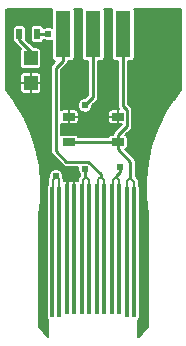
<source format=gtl>
G04 #@! TF.GenerationSoftware,KiCad,Pcbnew,(5.1.4-0)*
G04 #@! TF.CreationDate,2019-08-21T14:14:19+03:00*
G04 #@! TF.ProjectId,AVR_ISP_With_POGO_Pin,4156525f-4953-4505-9f57-6974685f504f,rev?*
G04 #@! TF.SameCoordinates,PX80efd00PY76109c0*
G04 #@! TF.FileFunction,Copper,L1,Top*
G04 #@! TF.FilePolarity,Positive*
%FSLAX46Y46*%
G04 Gerber Fmt 4.6, Leading zero omitted, Abs format (unit mm)*
G04 Created by KiCad (PCBNEW (5.1.4-0)) date 2019-08-21 14:14:19*
%MOMM*%
%LPD*%
G04 APERTURE LIST*
%ADD10R,1.198880X1.198880*%
%ADD11R,0.500000X0.900000*%
%ADD12R,1.050000X0.650000*%
%ADD13R,1.300000X4.000000*%
%ADD14R,0.304800X11.000000*%
%ADD15C,0.609600*%
%ADD16C,0.254000*%
%ADD17C,0.203200*%
%ADD18C,0.457200*%
G04 APERTURE END LIST*
D10*
X2500000Y23949020D03*
X2500000Y21850980D03*
D11*
X3050000Y26000000D03*
X1550000Y26000000D03*
D12*
X5725000Y18975000D03*
X9875000Y18975000D03*
X5725000Y16825000D03*
X9875000Y16825000D03*
D13*
X5260000Y26000000D03*
X7800000Y26000000D03*
X10340000Y26000000D03*
D14*
X11267100Y7520600D03*
X10682900Y7520600D03*
X9997100Y7774600D03*
X8727100Y7774600D03*
X7457100Y7774600D03*
X6187100Y7774600D03*
X4917100Y7520600D03*
X9412900Y7774600D03*
X8142900Y7774600D03*
X6872900Y7774600D03*
X5602900Y7774600D03*
X4332900Y7520600D03*
D15*
X14500000Y27400000D03*
X1100000Y27400000D03*
X12500000Y17700000D03*
X3400000Y17700000D03*
X3600000Y1700000D03*
X12000000Y1700000D03*
X9300000Y17900000D03*
X6600000Y23000000D03*
X4000000Y26000000D03*
X4650000Y13950000D03*
X7100000Y14600018D03*
X7100000Y19950000D03*
X10050000Y14750000D03*
D16*
X2500000Y23949020D02*
X2500000Y24500000D01*
X2500000Y24500000D02*
X1550000Y25450000D01*
X1550000Y25450000D02*
X1550000Y26000000D01*
D17*
X5641000Y7774600D02*
X5641000Y13691000D01*
X5641000Y13691000D02*
X5900000Y13950000D01*
X5900000Y13950000D02*
X6149000Y13701000D01*
X6149000Y13701000D02*
X6149000Y7774600D01*
D16*
X3050000Y26000000D02*
X4000000Y26000000D01*
D17*
X4650000Y13950000D02*
X4879000Y13721000D01*
X4879000Y13721000D02*
X4879000Y7774600D01*
X4650000Y13950000D02*
X4371000Y13671000D01*
X4371000Y13671000D02*
X4371000Y7774600D01*
D16*
X4650000Y16050000D02*
X4650000Y23136000D01*
X7380417Y15184219D02*
X5515781Y15184219D01*
X8425000Y14139632D02*
X7380417Y15184219D01*
X5515781Y15184219D02*
X4650000Y16050000D01*
X5260000Y23746000D02*
X5260000Y26000000D01*
X4650000Y23136000D02*
X5260000Y23746000D01*
X8425000Y13925000D02*
X8425000Y14139632D01*
D17*
X8181000Y7774600D02*
X8181000Y13681000D01*
X8689000Y13661000D02*
X8689000Y7774600D01*
X8181000Y13681000D02*
X8425000Y13925000D01*
X8425000Y13925000D02*
X8689000Y13661000D01*
D16*
X7100000Y14168966D02*
X7100000Y14600018D01*
X7100000Y13950000D02*
X7100000Y14168966D01*
X7150000Y13900000D02*
X7100000Y13950000D01*
X7800000Y26000000D02*
X7800000Y20650000D01*
X7800000Y20650000D02*
X7100000Y19950000D01*
X7800000Y26000000D02*
X7800000Y24650000D01*
D17*
X6911000Y7774600D02*
X6911000Y13661000D01*
X6911000Y13661000D02*
X7150000Y13900000D01*
X7150000Y13900000D02*
X7419000Y13631000D01*
X7419000Y13631000D02*
X7419000Y7774600D01*
X10950000Y13800000D02*
X11267100Y13482900D01*
X11267100Y13482900D02*
X11267100Y7520600D01*
X10950000Y13800000D02*
X10682900Y13532900D01*
X10682900Y13532900D02*
X10682900Y7520600D01*
D16*
X9875000Y16825000D02*
X9875000Y16246000D01*
X9875000Y16246000D02*
X10950000Y15171000D01*
X10950000Y15171000D02*
X10950000Y13800000D01*
X5725000Y16825000D02*
X9875000Y16825000D01*
X10340000Y26000000D02*
X10340000Y19862922D01*
X10340000Y19862922D02*
X10679401Y19523521D01*
X10679401Y19523521D02*
X10679401Y18208401D01*
X10679401Y18208401D02*
X9875000Y17404000D01*
X9875000Y17404000D02*
X9875000Y16825000D01*
D18*
X9875000Y16825000D02*
X10075000Y16825000D01*
D16*
X10050000Y14750000D02*
X10050000Y14318948D01*
X9700000Y13968948D02*
X9700000Y13900000D01*
X10050000Y14318948D02*
X9700000Y13968948D01*
D17*
X9700000Y13900000D02*
X9959000Y13641000D01*
X9959000Y13641000D02*
X9959000Y7774600D01*
X9451000Y13651000D02*
X9700000Y13900000D01*
X9451000Y7774600D02*
X9451000Y13651000D01*
G36*
X4327040Y28117206D02*
G01*
X4309611Y28059751D01*
X4303726Y28000000D01*
X4303726Y26530217D01*
X4288754Y26540221D01*
X4177814Y26586174D01*
X4060040Y26609600D01*
X3939960Y26609600D01*
X3822186Y26586174D01*
X3711246Y26540221D01*
X3611402Y26473508D01*
X3604626Y26466732D01*
X3600389Y26509751D01*
X3582960Y26567206D01*
X3554658Y26620157D01*
X3516568Y26666568D01*
X3470157Y26704658D01*
X3417206Y26732960D01*
X3359751Y26750389D01*
X3300000Y26756274D01*
X2800000Y26756274D01*
X2740249Y26750389D01*
X2682794Y26732960D01*
X2629843Y26704658D01*
X2583432Y26666568D01*
X2545342Y26620157D01*
X2517040Y26567206D01*
X2499611Y26509751D01*
X2493726Y26450000D01*
X2493726Y25550000D01*
X2499611Y25490249D01*
X2517040Y25432794D01*
X2545342Y25379843D01*
X2583432Y25333432D01*
X2629843Y25295342D01*
X2682794Y25267040D01*
X2740249Y25249611D01*
X2800000Y25243726D01*
X3300000Y25243726D01*
X3359751Y25249611D01*
X3417206Y25267040D01*
X3470157Y25295342D01*
X3516568Y25333432D01*
X3554658Y25379843D01*
X3582960Y25432794D01*
X3600389Y25490249D01*
X3604626Y25533268D01*
X3611402Y25526492D01*
X3711246Y25459779D01*
X3822186Y25413826D01*
X3939960Y25390400D01*
X4060040Y25390400D01*
X4177814Y25413826D01*
X4288754Y25459779D01*
X4303726Y25469783D01*
X4303726Y24000000D01*
X4309611Y23940249D01*
X4327040Y23882794D01*
X4355342Y23829843D01*
X4393432Y23783432D01*
X4439843Y23745342D01*
X4492794Y23717040D01*
X4550249Y23699611D01*
X4598229Y23694885D01*
X4359674Y23456330D01*
X4343195Y23442806D01*
X4289235Y23377056D01*
X4258978Y23320448D01*
X4249140Y23302042D01*
X4224448Y23220647D01*
X4216111Y23136000D01*
X4218201Y23114780D01*
X4218200Y16071210D01*
X4216111Y16050000D01*
X4218200Y16028791D01*
X4224448Y15965353D01*
X4249139Y15883959D01*
X4289234Y15808945D01*
X4343194Y15743194D01*
X4359679Y15729665D01*
X5195453Y14893889D01*
X5208975Y14877413D01*
X5274725Y14823453D01*
X5349739Y14783358D01*
X5431133Y14758667D01*
X5515780Y14750330D01*
X5536990Y14752419D01*
X6508771Y14752419D01*
X6490400Y14660058D01*
X6490400Y14539978D01*
X6513826Y14422204D01*
X6559779Y14311264D01*
X6626492Y14211420D01*
X6668200Y14169712D01*
X6668200Y13992936D01*
X6637741Y13962477D01*
X6622243Y13949758D01*
X6609524Y13934260D01*
X6609518Y13934254D01*
X6588549Y13908702D01*
X6571457Y13887876D01*
X6560767Y13867876D01*
X6533719Y13817274D01*
X6510481Y13740668D01*
X6502635Y13661000D01*
X6504601Y13641037D01*
X6504601Y13531961D01*
X6456706Y13557561D01*
X6399251Y13574990D01*
X6339500Y13580875D01*
X6263350Y13579400D01*
X6187150Y13503200D01*
X6187150Y7774650D01*
X6207150Y7774650D01*
X6207150Y7774550D01*
X6187150Y7774550D01*
X6187150Y7754550D01*
X6187050Y7754550D01*
X6187050Y7774550D01*
X6167050Y7774550D01*
X6167050Y7774650D01*
X6187050Y7774650D01*
X6187050Y13503200D01*
X6110850Y13579400D01*
X6034700Y13580875D01*
X5974949Y13574990D01*
X5917494Y13557561D01*
X5895000Y13545538D01*
X5872506Y13557561D01*
X5815051Y13574990D01*
X5755300Y13580875D01*
X5679150Y13579400D01*
X5602950Y13503200D01*
X5602950Y7774650D01*
X5622950Y7774650D01*
X5622950Y7774550D01*
X5602950Y7774550D01*
X5602950Y7754550D01*
X5602850Y7754550D01*
X5602850Y7774550D01*
X5582850Y7774550D01*
X5582850Y7774650D01*
X5602850Y7774650D01*
X5602850Y13503200D01*
X5526650Y13579400D01*
X5450500Y13580875D01*
X5390749Y13574990D01*
X5333294Y13557561D01*
X5285400Y13531961D01*
X5285400Y13701047D01*
X5287365Y13721000D01*
X5285400Y13740953D01*
X5285400Y13740960D01*
X5279519Y13800668D01*
X5277235Y13808200D01*
X5256762Y13875690D01*
X5259600Y13889960D01*
X5259600Y14010040D01*
X5236174Y14127814D01*
X5190221Y14238754D01*
X5123508Y14338598D01*
X5038598Y14423508D01*
X4938754Y14490221D01*
X4827814Y14536174D01*
X4710040Y14559600D01*
X4589960Y14559600D01*
X4472186Y14536174D01*
X4361246Y14490221D01*
X4261402Y14423508D01*
X4176492Y14338598D01*
X4109779Y14238754D01*
X4063826Y14127814D01*
X4040400Y14010040D01*
X4040400Y13908773D01*
X4031456Y13897875D01*
X3999621Y13838315D01*
X3993719Y13827274D01*
X3972146Y13756155D01*
X3970481Y13750667D01*
X3964600Y13690959D01*
X3964600Y13690953D01*
X3962635Y13671000D01*
X3964600Y13651047D01*
X3964600Y13237716D01*
X3963932Y13237168D01*
X3925842Y13190757D01*
X3897540Y13137806D01*
X3880111Y13080351D01*
X3874226Y13020600D01*
X3874226Y2020600D01*
X3880111Y1960849D01*
X3897540Y1903394D01*
X3925842Y1850443D01*
X3963932Y1804032D01*
X3998400Y1775744D01*
X3998400Y379800D01*
X3957318Y379800D01*
X3179800Y1157318D01*
X3179800Y10704230D01*
X3342341Y11922587D01*
X3342744Y11927892D01*
X3343596Y11933121D01*
X3345546Y11962879D01*
X3382337Y13369339D01*
X3382134Y13375975D01*
X3382452Y13382596D01*
X3381021Y13412383D01*
X3258360Y14813966D01*
X3257408Y14820533D01*
X3256974Y14827150D01*
X3252189Y14856520D01*
X3252180Y14856585D01*
X3252175Y14856605D01*
X2971643Y16235273D01*
X2969956Y16241682D01*
X2968774Y16248215D01*
X2960678Y16276917D01*
X2525874Y17614986D01*
X2523471Y17621165D01*
X2521558Y17627521D01*
X2510265Y17655122D01*
X1926781Y18935368D01*
X1923689Y18941244D01*
X1921073Y18947333D01*
X1906742Y18973455D01*
X1906729Y18973479D01*
X1906724Y18973487D01*
X1182068Y20179442D01*
X1178333Y20184927D01*
X1175042Y20190685D01*
X1157830Y20215038D01*
X379800Y21228930D01*
X379800Y21251540D01*
X1594285Y21251540D01*
X1600170Y21191789D01*
X1617599Y21134334D01*
X1645902Y21081383D01*
X1683991Y21034971D01*
X1730403Y20996882D01*
X1783354Y20968579D01*
X1840809Y20951150D01*
X1900560Y20945265D01*
X2423750Y20946740D01*
X2499950Y21022940D01*
X2499950Y21850930D01*
X2500050Y21850930D01*
X2500050Y21022940D01*
X2576250Y20946740D01*
X3099440Y20945265D01*
X3159191Y20951150D01*
X3216646Y20968579D01*
X3269597Y20996882D01*
X3316009Y21034971D01*
X3354098Y21081383D01*
X3382401Y21134334D01*
X3399830Y21191789D01*
X3405715Y21251540D01*
X3404240Y21774730D01*
X3328040Y21850930D01*
X2500050Y21850930D01*
X2499950Y21850930D01*
X1671960Y21850930D01*
X1595760Y21774730D01*
X1594285Y21251540D01*
X379800Y21251540D01*
X379800Y22450420D01*
X1594285Y22450420D01*
X1595760Y21927230D01*
X1671960Y21851030D01*
X2499950Y21851030D01*
X2499950Y22679020D01*
X2500050Y22679020D01*
X2500050Y21851030D01*
X3328040Y21851030D01*
X3404240Y21927230D01*
X3405715Y22450420D01*
X3399830Y22510171D01*
X3382401Y22567626D01*
X3354098Y22620577D01*
X3316009Y22666989D01*
X3269597Y22705078D01*
X3216646Y22733381D01*
X3159191Y22750810D01*
X3099440Y22756695D01*
X2576250Y22755220D01*
X2500050Y22679020D01*
X2499950Y22679020D01*
X2423750Y22755220D01*
X1900560Y22756695D01*
X1840809Y22750810D01*
X1783354Y22733381D01*
X1730403Y22705078D01*
X1683991Y22666989D01*
X1645902Y22620577D01*
X1617599Y22567626D01*
X1600170Y22510171D01*
X1594285Y22450420D01*
X379800Y22450420D01*
X379800Y26450000D01*
X993726Y26450000D01*
X993726Y25550000D01*
X999611Y25490249D01*
X1017040Y25432794D01*
X1045342Y25379843D01*
X1083432Y25333432D01*
X1129843Y25295342D01*
X1148752Y25285235D01*
X1149139Y25283959D01*
X1189234Y25208945D01*
X1243194Y25143194D01*
X1259679Y25129665D01*
X1657092Y24732252D01*
X1645902Y24718617D01*
X1617600Y24665666D01*
X1600171Y24608211D01*
X1594286Y24548460D01*
X1594286Y23349580D01*
X1600171Y23289829D01*
X1617600Y23232374D01*
X1645902Y23179423D01*
X1683992Y23133012D01*
X1730403Y23094922D01*
X1783354Y23066620D01*
X1840809Y23049191D01*
X1900560Y23043306D01*
X3099440Y23043306D01*
X3159191Y23049191D01*
X3216646Y23066620D01*
X3269597Y23094922D01*
X3316008Y23133012D01*
X3354098Y23179423D01*
X3382400Y23232374D01*
X3399829Y23289829D01*
X3405714Y23349580D01*
X3405714Y24548460D01*
X3399829Y24608211D01*
X3382400Y24665666D01*
X3354098Y24718617D01*
X3316008Y24765028D01*
X3269597Y24803118D01*
X3216646Y24831420D01*
X3159191Y24848849D01*
X3099440Y24854734D01*
X2755923Y24854734D01*
X2102184Y25508472D01*
X2106274Y25550000D01*
X2106274Y26450000D01*
X2100389Y26509751D01*
X2082960Y26567206D01*
X2054658Y26620157D01*
X2016568Y26666568D01*
X1970157Y26704658D01*
X1917206Y26732960D01*
X1859751Y26750389D01*
X1800000Y26756274D01*
X1300000Y26756274D01*
X1240249Y26750389D01*
X1182794Y26732960D01*
X1129843Y26704658D01*
X1083432Y26666568D01*
X1045342Y26620157D01*
X1017040Y26567206D01*
X999611Y26509751D01*
X993726Y26450000D01*
X379800Y26450000D01*
X379800Y28042682D01*
X457319Y28120200D01*
X4328640Y28120200D01*
X4327040Y28117206D01*
X4327040Y28117206D01*
G37*
X4327040Y28117206D02*
X4309611Y28059751D01*
X4303726Y28000000D01*
X4303726Y26530217D01*
X4288754Y26540221D01*
X4177814Y26586174D01*
X4060040Y26609600D01*
X3939960Y26609600D01*
X3822186Y26586174D01*
X3711246Y26540221D01*
X3611402Y26473508D01*
X3604626Y26466732D01*
X3600389Y26509751D01*
X3582960Y26567206D01*
X3554658Y26620157D01*
X3516568Y26666568D01*
X3470157Y26704658D01*
X3417206Y26732960D01*
X3359751Y26750389D01*
X3300000Y26756274D01*
X2800000Y26756274D01*
X2740249Y26750389D01*
X2682794Y26732960D01*
X2629843Y26704658D01*
X2583432Y26666568D01*
X2545342Y26620157D01*
X2517040Y26567206D01*
X2499611Y26509751D01*
X2493726Y26450000D01*
X2493726Y25550000D01*
X2499611Y25490249D01*
X2517040Y25432794D01*
X2545342Y25379843D01*
X2583432Y25333432D01*
X2629843Y25295342D01*
X2682794Y25267040D01*
X2740249Y25249611D01*
X2800000Y25243726D01*
X3300000Y25243726D01*
X3359751Y25249611D01*
X3417206Y25267040D01*
X3470157Y25295342D01*
X3516568Y25333432D01*
X3554658Y25379843D01*
X3582960Y25432794D01*
X3600389Y25490249D01*
X3604626Y25533268D01*
X3611402Y25526492D01*
X3711246Y25459779D01*
X3822186Y25413826D01*
X3939960Y25390400D01*
X4060040Y25390400D01*
X4177814Y25413826D01*
X4288754Y25459779D01*
X4303726Y25469783D01*
X4303726Y24000000D01*
X4309611Y23940249D01*
X4327040Y23882794D01*
X4355342Y23829843D01*
X4393432Y23783432D01*
X4439843Y23745342D01*
X4492794Y23717040D01*
X4550249Y23699611D01*
X4598229Y23694885D01*
X4359674Y23456330D01*
X4343195Y23442806D01*
X4289235Y23377056D01*
X4258978Y23320448D01*
X4249140Y23302042D01*
X4224448Y23220647D01*
X4216111Y23136000D01*
X4218201Y23114780D01*
X4218200Y16071210D01*
X4216111Y16050000D01*
X4218200Y16028791D01*
X4224448Y15965353D01*
X4249139Y15883959D01*
X4289234Y15808945D01*
X4343194Y15743194D01*
X4359679Y15729665D01*
X5195453Y14893889D01*
X5208975Y14877413D01*
X5274725Y14823453D01*
X5349739Y14783358D01*
X5431133Y14758667D01*
X5515780Y14750330D01*
X5536990Y14752419D01*
X6508771Y14752419D01*
X6490400Y14660058D01*
X6490400Y14539978D01*
X6513826Y14422204D01*
X6559779Y14311264D01*
X6626492Y14211420D01*
X6668200Y14169712D01*
X6668200Y13992936D01*
X6637741Y13962477D01*
X6622243Y13949758D01*
X6609524Y13934260D01*
X6609518Y13934254D01*
X6588549Y13908702D01*
X6571457Y13887876D01*
X6560767Y13867876D01*
X6533719Y13817274D01*
X6510481Y13740668D01*
X6502635Y13661000D01*
X6504601Y13641037D01*
X6504601Y13531961D01*
X6456706Y13557561D01*
X6399251Y13574990D01*
X6339500Y13580875D01*
X6263350Y13579400D01*
X6187150Y13503200D01*
X6187150Y7774650D01*
X6207150Y7774650D01*
X6207150Y7774550D01*
X6187150Y7774550D01*
X6187150Y7754550D01*
X6187050Y7754550D01*
X6187050Y7774550D01*
X6167050Y7774550D01*
X6167050Y7774650D01*
X6187050Y7774650D01*
X6187050Y13503200D01*
X6110850Y13579400D01*
X6034700Y13580875D01*
X5974949Y13574990D01*
X5917494Y13557561D01*
X5895000Y13545538D01*
X5872506Y13557561D01*
X5815051Y13574990D01*
X5755300Y13580875D01*
X5679150Y13579400D01*
X5602950Y13503200D01*
X5602950Y7774650D01*
X5622950Y7774650D01*
X5622950Y7774550D01*
X5602950Y7774550D01*
X5602950Y7754550D01*
X5602850Y7754550D01*
X5602850Y7774550D01*
X5582850Y7774550D01*
X5582850Y7774650D01*
X5602850Y7774650D01*
X5602850Y13503200D01*
X5526650Y13579400D01*
X5450500Y13580875D01*
X5390749Y13574990D01*
X5333294Y13557561D01*
X5285400Y13531961D01*
X5285400Y13701047D01*
X5287365Y13721000D01*
X5285400Y13740953D01*
X5285400Y13740960D01*
X5279519Y13800668D01*
X5277235Y13808200D01*
X5256762Y13875690D01*
X5259600Y13889960D01*
X5259600Y14010040D01*
X5236174Y14127814D01*
X5190221Y14238754D01*
X5123508Y14338598D01*
X5038598Y14423508D01*
X4938754Y14490221D01*
X4827814Y14536174D01*
X4710040Y14559600D01*
X4589960Y14559600D01*
X4472186Y14536174D01*
X4361246Y14490221D01*
X4261402Y14423508D01*
X4176492Y14338598D01*
X4109779Y14238754D01*
X4063826Y14127814D01*
X4040400Y14010040D01*
X4040400Y13908773D01*
X4031456Y13897875D01*
X3999621Y13838315D01*
X3993719Y13827274D01*
X3972146Y13756155D01*
X3970481Y13750667D01*
X3964600Y13690959D01*
X3964600Y13690953D01*
X3962635Y13671000D01*
X3964600Y13651047D01*
X3964600Y13237716D01*
X3963932Y13237168D01*
X3925842Y13190757D01*
X3897540Y13137806D01*
X3880111Y13080351D01*
X3874226Y13020600D01*
X3874226Y2020600D01*
X3880111Y1960849D01*
X3897540Y1903394D01*
X3925842Y1850443D01*
X3963932Y1804032D01*
X3998400Y1775744D01*
X3998400Y379800D01*
X3957318Y379800D01*
X3179800Y1157318D01*
X3179800Y10704230D01*
X3342341Y11922587D01*
X3342744Y11927892D01*
X3343596Y11933121D01*
X3345546Y11962879D01*
X3382337Y13369339D01*
X3382134Y13375975D01*
X3382452Y13382596D01*
X3381021Y13412383D01*
X3258360Y14813966D01*
X3257408Y14820533D01*
X3256974Y14827150D01*
X3252189Y14856520D01*
X3252180Y14856585D01*
X3252175Y14856605D01*
X2971643Y16235273D01*
X2969956Y16241682D01*
X2968774Y16248215D01*
X2960678Y16276917D01*
X2525874Y17614986D01*
X2523471Y17621165D01*
X2521558Y17627521D01*
X2510265Y17655122D01*
X1926781Y18935368D01*
X1923689Y18941244D01*
X1921073Y18947333D01*
X1906742Y18973455D01*
X1906729Y18973479D01*
X1906724Y18973487D01*
X1182068Y20179442D01*
X1178333Y20184927D01*
X1175042Y20190685D01*
X1157830Y20215038D01*
X379800Y21228930D01*
X379800Y21251540D01*
X1594285Y21251540D01*
X1600170Y21191789D01*
X1617599Y21134334D01*
X1645902Y21081383D01*
X1683991Y21034971D01*
X1730403Y20996882D01*
X1783354Y20968579D01*
X1840809Y20951150D01*
X1900560Y20945265D01*
X2423750Y20946740D01*
X2499950Y21022940D01*
X2499950Y21850930D01*
X2500050Y21850930D01*
X2500050Y21022940D01*
X2576250Y20946740D01*
X3099440Y20945265D01*
X3159191Y20951150D01*
X3216646Y20968579D01*
X3269597Y20996882D01*
X3316009Y21034971D01*
X3354098Y21081383D01*
X3382401Y21134334D01*
X3399830Y21191789D01*
X3405715Y21251540D01*
X3404240Y21774730D01*
X3328040Y21850930D01*
X2500050Y21850930D01*
X2499950Y21850930D01*
X1671960Y21850930D01*
X1595760Y21774730D01*
X1594285Y21251540D01*
X379800Y21251540D01*
X379800Y22450420D01*
X1594285Y22450420D01*
X1595760Y21927230D01*
X1671960Y21851030D01*
X2499950Y21851030D01*
X2499950Y22679020D01*
X2500050Y22679020D01*
X2500050Y21851030D01*
X3328040Y21851030D01*
X3404240Y21927230D01*
X3405715Y22450420D01*
X3399830Y22510171D01*
X3382401Y22567626D01*
X3354098Y22620577D01*
X3316009Y22666989D01*
X3269597Y22705078D01*
X3216646Y22733381D01*
X3159191Y22750810D01*
X3099440Y22756695D01*
X2576250Y22755220D01*
X2500050Y22679020D01*
X2499950Y22679020D01*
X2423750Y22755220D01*
X1900560Y22756695D01*
X1840809Y22750810D01*
X1783354Y22733381D01*
X1730403Y22705078D01*
X1683991Y22666989D01*
X1645902Y22620577D01*
X1617599Y22567626D01*
X1600170Y22510171D01*
X1594285Y22450420D01*
X379800Y22450420D01*
X379800Y26450000D01*
X993726Y26450000D01*
X993726Y25550000D01*
X999611Y25490249D01*
X1017040Y25432794D01*
X1045342Y25379843D01*
X1083432Y25333432D01*
X1129843Y25295342D01*
X1148752Y25285235D01*
X1149139Y25283959D01*
X1189234Y25208945D01*
X1243194Y25143194D01*
X1259679Y25129665D01*
X1657092Y24732252D01*
X1645902Y24718617D01*
X1617600Y24665666D01*
X1600171Y24608211D01*
X1594286Y24548460D01*
X1594286Y23349580D01*
X1600171Y23289829D01*
X1617600Y23232374D01*
X1645902Y23179423D01*
X1683992Y23133012D01*
X1730403Y23094922D01*
X1783354Y23066620D01*
X1840809Y23049191D01*
X1900560Y23043306D01*
X3099440Y23043306D01*
X3159191Y23049191D01*
X3216646Y23066620D01*
X3269597Y23094922D01*
X3316008Y23133012D01*
X3354098Y23179423D01*
X3382400Y23232374D01*
X3399829Y23289829D01*
X3405714Y23349580D01*
X3405714Y24548460D01*
X3399829Y24608211D01*
X3382400Y24665666D01*
X3354098Y24718617D01*
X3316008Y24765028D01*
X3269597Y24803118D01*
X3216646Y24831420D01*
X3159191Y24848849D01*
X3099440Y24854734D01*
X2755923Y24854734D01*
X2102184Y25508472D01*
X2106274Y25550000D01*
X2106274Y26450000D01*
X2100389Y26509751D01*
X2082960Y26567206D01*
X2054658Y26620157D01*
X2016568Y26666568D01*
X1970157Y26704658D01*
X1917206Y26732960D01*
X1859751Y26750389D01*
X1800000Y26756274D01*
X1300000Y26756274D01*
X1240249Y26750389D01*
X1182794Y26732960D01*
X1129843Y26704658D01*
X1083432Y26666568D01*
X1045342Y26620157D01*
X1017040Y26567206D01*
X999611Y26509751D01*
X993726Y26450000D01*
X379800Y26450000D01*
X379800Y28042682D01*
X457319Y28120200D01*
X4328640Y28120200D01*
X4327040Y28117206D01*
G36*
X15220200Y28042681D02*
G01*
X15220201Y21229977D01*
X14595261Y20428937D01*
X14592630Y20425139D01*
X14589677Y20421597D01*
X14572864Y20396967D01*
X13823610Y19201103D01*
X13820411Y19195288D01*
X13816769Y19189748D01*
X13802851Y19163373D01*
X13193790Y17890378D01*
X13191268Y17884235D01*
X13188279Y17878322D01*
X13177456Y17850589D01*
X13177436Y17850540D01*
X13177431Y17850524D01*
X12716397Y16516781D01*
X12714589Y16510401D01*
X12712285Y16504178D01*
X12704672Y16475401D01*
X12704657Y16475348D01*
X12704654Y16475331D01*
X12397569Y15097971D01*
X12396496Y15091430D01*
X12394910Y15084984D01*
X12390603Y15055523D01*
X12390595Y15055475D01*
X12390594Y15055459D01*
X12241402Y13652189D01*
X12241076Y13645559D01*
X12240231Y13638984D01*
X12239287Y13609234D01*
X12239284Y13609177D01*
X12239285Y13609159D01*
X12249909Y12198022D01*
X12250335Y12191403D01*
X12250240Y12184770D01*
X12252669Y12155108D01*
X12252673Y12155046D01*
X12252676Y12155027D01*
X12420200Y10777001D01*
X12420201Y1157319D01*
X11642682Y379800D01*
X11601600Y379800D01*
X11601600Y1775744D01*
X11636068Y1804032D01*
X11674158Y1850443D01*
X11702460Y1903394D01*
X11719889Y1960849D01*
X11725774Y2020600D01*
X11725774Y13020600D01*
X11719889Y13080351D01*
X11702460Y13137806D01*
X11674158Y13190757D01*
X11673500Y13191559D01*
X11673500Y13462948D01*
X11675465Y13482901D01*
X11673500Y13502854D01*
X11673500Y13502860D01*
X11667619Y13562568D01*
X11666965Y13564726D01*
X11653782Y13608183D01*
X11644381Y13639175D01*
X11606644Y13709776D01*
X11555858Y13771658D01*
X11540355Y13784381D01*
X11381800Y13942936D01*
X11381800Y15149790D01*
X11383889Y15171000D01*
X11375552Y15255648D01*
X11350861Y15337042D01*
X11310766Y15412056D01*
X11299917Y15425275D01*
X11256806Y15477806D01*
X11240328Y15491329D01*
X10515219Y16216437D01*
X10517206Y16217040D01*
X10570157Y16245342D01*
X10616568Y16283432D01*
X10654658Y16329843D01*
X10682960Y16382794D01*
X10700389Y16440249D01*
X10706274Y16500000D01*
X10706274Y17150000D01*
X10700389Y17209751D01*
X10682960Y17267206D01*
X10654658Y17320157D01*
X10616568Y17366568D01*
X10570157Y17404658D01*
X10517206Y17432960D01*
X10515219Y17433563D01*
X10969727Y17888071D01*
X10986207Y17901595D01*
X11040167Y17967345D01*
X11080262Y18042359D01*
X11104953Y18123753D01*
X11111201Y18187191D01*
X11113290Y18208401D01*
X11111201Y18229611D01*
X11111201Y19502319D01*
X11113289Y19523522D01*
X11111201Y19544725D01*
X11111201Y19544731D01*
X11104953Y19608169D01*
X11103480Y19613027D01*
X11087625Y19665290D01*
X11080262Y19689563D01*
X11040167Y19764577D01*
X10986207Y19830327D01*
X10969733Y19843846D01*
X10771800Y20041779D01*
X10771800Y23693726D01*
X10990000Y23693726D01*
X11049751Y23699611D01*
X11107206Y23717040D01*
X11160157Y23745342D01*
X11206568Y23783432D01*
X11244658Y23829843D01*
X11272960Y23882794D01*
X11290389Y23940249D01*
X11296274Y24000000D01*
X11296274Y28000000D01*
X11290389Y28059751D01*
X11272960Y28117206D01*
X11271360Y28120200D01*
X15142682Y28120200D01*
X15220200Y28042681D01*
X15220200Y28042681D01*
G37*
X15220200Y28042681D02*
X15220201Y21229977D01*
X14595261Y20428937D01*
X14592630Y20425139D01*
X14589677Y20421597D01*
X14572864Y20396967D01*
X13823610Y19201103D01*
X13820411Y19195288D01*
X13816769Y19189748D01*
X13802851Y19163373D01*
X13193790Y17890378D01*
X13191268Y17884235D01*
X13188279Y17878322D01*
X13177456Y17850589D01*
X13177436Y17850540D01*
X13177431Y17850524D01*
X12716397Y16516781D01*
X12714589Y16510401D01*
X12712285Y16504178D01*
X12704672Y16475401D01*
X12704657Y16475348D01*
X12704654Y16475331D01*
X12397569Y15097971D01*
X12396496Y15091430D01*
X12394910Y15084984D01*
X12390603Y15055523D01*
X12390595Y15055475D01*
X12390594Y15055459D01*
X12241402Y13652189D01*
X12241076Y13645559D01*
X12240231Y13638984D01*
X12239287Y13609234D01*
X12239284Y13609177D01*
X12239285Y13609159D01*
X12249909Y12198022D01*
X12250335Y12191403D01*
X12250240Y12184770D01*
X12252669Y12155108D01*
X12252673Y12155046D01*
X12252676Y12155027D01*
X12420200Y10777001D01*
X12420201Y1157319D01*
X11642682Y379800D01*
X11601600Y379800D01*
X11601600Y1775744D01*
X11636068Y1804032D01*
X11674158Y1850443D01*
X11702460Y1903394D01*
X11719889Y1960849D01*
X11725774Y2020600D01*
X11725774Y13020600D01*
X11719889Y13080351D01*
X11702460Y13137806D01*
X11674158Y13190757D01*
X11673500Y13191559D01*
X11673500Y13462948D01*
X11675465Y13482901D01*
X11673500Y13502854D01*
X11673500Y13502860D01*
X11667619Y13562568D01*
X11666965Y13564726D01*
X11653782Y13608183D01*
X11644381Y13639175D01*
X11606644Y13709776D01*
X11555858Y13771658D01*
X11540355Y13784381D01*
X11381800Y13942936D01*
X11381800Y15149790D01*
X11383889Y15171000D01*
X11375552Y15255648D01*
X11350861Y15337042D01*
X11310766Y15412056D01*
X11299917Y15425275D01*
X11256806Y15477806D01*
X11240328Y15491329D01*
X10515219Y16216437D01*
X10517206Y16217040D01*
X10570157Y16245342D01*
X10616568Y16283432D01*
X10654658Y16329843D01*
X10682960Y16382794D01*
X10700389Y16440249D01*
X10706274Y16500000D01*
X10706274Y17150000D01*
X10700389Y17209751D01*
X10682960Y17267206D01*
X10654658Y17320157D01*
X10616568Y17366568D01*
X10570157Y17404658D01*
X10517206Y17432960D01*
X10515219Y17433563D01*
X10969727Y17888071D01*
X10986207Y17901595D01*
X11040167Y17967345D01*
X11080262Y18042359D01*
X11104953Y18123753D01*
X11111201Y18187191D01*
X11113290Y18208401D01*
X11111201Y18229611D01*
X11111201Y19502319D01*
X11113289Y19523522D01*
X11111201Y19544725D01*
X11111201Y19544731D01*
X11104953Y19608169D01*
X11103480Y19613027D01*
X11087625Y19665290D01*
X11080262Y19689563D01*
X11040167Y19764577D01*
X10986207Y19830327D01*
X10969733Y19843846D01*
X10771800Y20041779D01*
X10771800Y23693726D01*
X10990000Y23693726D01*
X11049751Y23699611D01*
X11107206Y23717040D01*
X11160157Y23745342D01*
X11206568Y23783432D01*
X11244658Y23829843D01*
X11272960Y23882794D01*
X11290389Y23940249D01*
X11296274Y24000000D01*
X11296274Y28000000D01*
X11290389Y28059751D01*
X11272960Y28117206D01*
X11271360Y28120200D01*
X15142682Y28120200D01*
X15220200Y28042681D01*
G36*
X6867040Y28117206D02*
G01*
X6849611Y28059751D01*
X6843726Y28000000D01*
X6843726Y24000000D01*
X6849611Y23940249D01*
X6867040Y23882794D01*
X6895342Y23829843D01*
X6933432Y23783432D01*
X6979843Y23745342D01*
X7032794Y23717040D01*
X7090249Y23699611D01*
X7150000Y23693726D01*
X7368200Y23693726D01*
X7368201Y20828859D01*
X7098943Y20559600D01*
X7039960Y20559600D01*
X6922186Y20536174D01*
X6811246Y20490221D01*
X6711402Y20423508D01*
X6626492Y20338598D01*
X6559779Y20238754D01*
X6513826Y20127814D01*
X6490400Y20010040D01*
X6490400Y19889960D01*
X6513826Y19772186D01*
X6559779Y19661246D01*
X6626492Y19561402D01*
X6711402Y19476492D01*
X6811246Y19409779D01*
X6922186Y19363826D01*
X7039960Y19340400D01*
X7160040Y19340400D01*
X7277814Y19363826D01*
X7388754Y19409779D01*
X7488598Y19476492D01*
X7573508Y19561402D01*
X7640221Y19661246D01*
X7686174Y19772186D01*
X7709600Y19889960D01*
X7709600Y19948943D01*
X8090332Y20329674D01*
X8106806Y20343194D01*
X8160766Y20408944D01*
X8200861Y20483958D01*
X8225552Y20565352D01*
X8231800Y20628790D01*
X8231800Y20628796D01*
X8233888Y20649999D01*
X8231800Y20671202D01*
X8231800Y23693726D01*
X8450000Y23693726D01*
X8509751Y23699611D01*
X8567206Y23717040D01*
X8620157Y23745342D01*
X8666568Y23783432D01*
X8704658Y23829843D01*
X8732960Y23882794D01*
X8750389Y23940249D01*
X8756274Y24000000D01*
X8756274Y28000000D01*
X8750389Y28059751D01*
X8732960Y28117206D01*
X8731360Y28120200D01*
X9408640Y28120200D01*
X9407040Y28117206D01*
X9389611Y28059751D01*
X9383726Y28000000D01*
X9383726Y24000000D01*
X9389611Y23940249D01*
X9407040Y23882794D01*
X9435342Y23829843D01*
X9473432Y23783432D01*
X9519843Y23745342D01*
X9572794Y23717040D01*
X9630249Y23699611D01*
X9690000Y23693726D01*
X9908200Y23693726D01*
X9908201Y19884142D01*
X9906111Y19862922D01*
X9914448Y19778275D01*
X9933561Y19715270D01*
X9939140Y19696880D01*
X9979235Y19621866D01*
X9993128Y19604938D01*
X9951250Y19604800D01*
X9875050Y19528600D01*
X9875050Y18975050D01*
X9895050Y18975050D01*
X9895050Y18974950D01*
X9875050Y18974950D01*
X9875050Y18421400D01*
X9951250Y18345200D01*
X10204710Y18344367D01*
X9584679Y17724335D01*
X9568194Y17710806D01*
X9514234Y17645055D01*
X9474139Y17570041D01*
X9471864Y17562540D01*
X9449448Y17488647D01*
X9446260Y17456274D01*
X9350000Y17456274D01*
X9290249Y17450389D01*
X9232794Y17432960D01*
X9179843Y17404658D01*
X9133432Y17366568D01*
X9095342Y17320157D01*
X9067040Y17267206D01*
X9063883Y17256800D01*
X6536117Y17256800D01*
X6532960Y17267206D01*
X6504658Y17320157D01*
X6466568Y17366568D01*
X6420157Y17404658D01*
X6367206Y17432960D01*
X6309751Y17450389D01*
X6250000Y17456274D01*
X5200000Y17456274D01*
X5140249Y17450389D01*
X5082794Y17432960D01*
X5081800Y17432429D01*
X5081800Y18367570D01*
X5082794Y18367039D01*
X5140249Y18349610D01*
X5200000Y18343725D01*
X5648750Y18345200D01*
X5724950Y18421400D01*
X5724950Y18974950D01*
X5725050Y18974950D01*
X5725050Y18421400D01*
X5801250Y18345200D01*
X6250000Y18343725D01*
X6309751Y18349610D01*
X6367206Y18367039D01*
X6420157Y18395342D01*
X6466569Y18433431D01*
X6504658Y18479843D01*
X6532961Y18532794D01*
X6550390Y18590249D01*
X6556275Y18650000D01*
X9043725Y18650000D01*
X9049610Y18590249D01*
X9067039Y18532794D01*
X9095342Y18479843D01*
X9133431Y18433431D01*
X9179843Y18395342D01*
X9232794Y18367039D01*
X9290249Y18349610D01*
X9350000Y18343725D01*
X9798750Y18345200D01*
X9874950Y18421400D01*
X9874950Y18974950D01*
X9121400Y18974950D01*
X9045200Y18898750D01*
X9043725Y18650000D01*
X6556275Y18650000D01*
X6554800Y18898750D01*
X6478600Y18974950D01*
X5725050Y18974950D01*
X5724950Y18974950D01*
X5704950Y18974950D01*
X5704950Y18975050D01*
X5724950Y18975050D01*
X5724950Y19528600D01*
X5725050Y19528600D01*
X5725050Y18975050D01*
X6478600Y18975050D01*
X6554800Y19051250D01*
X6556275Y19300000D01*
X9043725Y19300000D01*
X9045200Y19051250D01*
X9121400Y18975050D01*
X9874950Y18975050D01*
X9874950Y19528600D01*
X9798750Y19604800D01*
X9350000Y19606275D01*
X9290249Y19600390D01*
X9232794Y19582961D01*
X9179843Y19554658D01*
X9133431Y19516569D01*
X9095342Y19470157D01*
X9067039Y19417206D01*
X9049610Y19359751D01*
X9043725Y19300000D01*
X6556275Y19300000D01*
X6550390Y19359751D01*
X6532961Y19417206D01*
X6504658Y19470157D01*
X6466569Y19516569D01*
X6420157Y19554658D01*
X6367206Y19582961D01*
X6309751Y19600390D01*
X6250000Y19606275D01*
X5801250Y19604800D01*
X5725050Y19528600D01*
X5724950Y19528600D01*
X5648750Y19604800D01*
X5200000Y19606275D01*
X5140249Y19600390D01*
X5082794Y19582961D01*
X5081800Y19582430D01*
X5081800Y22957144D01*
X5550333Y23425675D01*
X5566806Y23439194D01*
X5620766Y23504944D01*
X5660861Y23579958D01*
X5685552Y23661352D01*
X5688741Y23693726D01*
X5910000Y23693726D01*
X5969751Y23699611D01*
X6027206Y23717040D01*
X6080157Y23745342D01*
X6126568Y23783432D01*
X6164658Y23829843D01*
X6192960Y23882794D01*
X6210389Y23940249D01*
X6216274Y24000000D01*
X6216274Y28000000D01*
X6210389Y28059751D01*
X6192960Y28117206D01*
X6191360Y28120200D01*
X6868640Y28120200D01*
X6867040Y28117206D01*
X6867040Y28117206D01*
G37*
X6867040Y28117206D02*
X6849611Y28059751D01*
X6843726Y28000000D01*
X6843726Y24000000D01*
X6849611Y23940249D01*
X6867040Y23882794D01*
X6895342Y23829843D01*
X6933432Y23783432D01*
X6979843Y23745342D01*
X7032794Y23717040D01*
X7090249Y23699611D01*
X7150000Y23693726D01*
X7368200Y23693726D01*
X7368201Y20828859D01*
X7098943Y20559600D01*
X7039960Y20559600D01*
X6922186Y20536174D01*
X6811246Y20490221D01*
X6711402Y20423508D01*
X6626492Y20338598D01*
X6559779Y20238754D01*
X6513826Y20127814D01*
X6490400Y20010040D01*
X6490400Y19889960D01*
X6513826Y19772186D01*
X6559779Y19661246D01*
X6626492Y19561402D01*
X6711402Y19476492D01*
X6811246Y19409779D01*
X6922186Y19363826D01*
X7039960Y19340400D01*
X7160040Y19340400D01*
X7277814Y19363826D01*
X7388754Y19409779D01*
X7488598Y19476492D01*
X7573508Y19561402D01*
X7640221Y19661246D01*
X7686174Y19772186D01*
X7709600Y19889960D01*
X7709600Y19948943D01*
X8090332Y20329674D01*
X8106806Y20343194D01*
X8160766Y20408944D01*
X8200861Y20483958D01*
X8225552Y20565352D01*
X8231800Y20628790D01*
X8231800Y20628796D01*
X8233888Y20649999D01*
X8231800Y20671202D01*
X8231800Y23693726D01*
X8450000Y23693726D01*
X8509751Y23699611D01*
X8567206Y23717040D01*
X8620157Y23745342D01*
X8666568Y23783432D01*
X8704658Y23829843D01*
X8732960Y23882794D01*
X8750389Y23940249D01*
X8756274Y24000000D01*
X8756274Y28000000D01*
X8750389Y28059751D01*
X8732960Y28117206D01*
X8731360Y28120200D01*
X9408640Y28120200D01*
X9407040Y28117206D01*
X9389611Y28059751D01*
X9383726Y28000000D01*
X9383726Y24000000D01*
X9389611Y23940249D01*
X9407040Y23882794D01*
X9435342Y23829843D01*
X9473432Y23783432D01*
X9519843Y23745342D01*
X9572794Y23717040D01*
X9630249Y23699611D01*
X9690000Y23693726D01*
X9908200Y23693726D01*
X9908201Y19884142D01*
X9906111Y19862922D01*
X9914448Y19778275D01*
X9933561Y19715270D01*
X9939140Y19696880D01*
X9979235Y19621866D01*
X9993128Y19604938D01*
X9951250Y19604800D01*
X9875050Y19528600D01*
X9875050Y18975050D01*
X9895050Y18975050D01*
X9895050Y18974950D01*
X9875050Y18974950D01*
X9875050Y18421400D01*
X9951250Y18345200D01*
X10204710Y18344367D01*
X9584679Y17724335D01*
X9568194Y17710806D01*
X9514234Y17645055D01*
X9474139Y17570041D01*
X9471864Y17562540D01*
X9449448Y17488647D01*
X9446260Y17456274D01*
X9350000Y17456274D01*
X9290249Y17450389D01*
X9232794Y17432960D01*
X9179843Y17404658D01*
X9133432Y17366568D01*
X9095342Y17320157D01*
X9067040Y17267206D01*
X9063883Y17256800D01*
X6536117Y17256800D01*
X6532960Y17267206D01*
X6504658Y17320157D01*
X6466568Y17366568D01*
X6420157Y17404658D01*
X6367206Y17432960D01*
X6309751Y17450389D01*
X6250000Y17456274D01*
X5200000Y17456274D01*
X5140249Y17450389D01*
X5082794Y17432960D01*
X5081800Y17432429D01*
X5081800Y18367570D01*
X5082794Y18367039D01*
X5140249Y18349610D01*
X5200000Y18343725D01*
X5648750Y18345200D01*
X5724950Y18421400D01*
X5724950Y18974950D01*
X5725050Y18974950D01*
X5725050Y18421400D01*
X5801250Y18345200D01*
X6250000Y18343725D01*
X6309751Y18349610D01*
X6367206Y18367039D01*
X6420157Y18395342D01*
X6466569Y18433431D01*
X6504658Y18479843D01*
X6532961Y18532794D01*
X6550390Y18590249D01*
X6556275Y18650000D01*
X9043725Y18650000D01*
X9049610Y18590249D01*
X9067039Y18532794D01*
X9095342Y18479843D01*
X9133431Y18433431D01*
X9179843Y18395342D01*
X9232794Y18367039D01*
X9290249Y18349610D01*
X9350000Y18343725D01*
X9798750Y18345200D01*
X9874950Y18421400D01*
X9874950Y18974950D01*
X9121400Y18974950D01*
X9045200Y18898750D01*
X9043725Y18650000D01*
X6556275Y18650000D01*
X6554800Y18898750D01*
X6478600Y18974950D01*
X5725050Y18974950D01*
X5724950Y18974950D01*
X5704950Y18974950D01*
X5704950Y18975050D01*
X5724950Y18975050D01*
X5724950Y19528600D01*
X5725050Y19528600D01*
X5725050Y18975050D01*
X6478600Y18975050D01*
X6554800Y19051250D01*
X6556275Y19300000D01*
X9043725Y19300000D01*
X9045200Y19051250D01*
X9121400Y18975050D01*
X9874950Y18975050D01*
X9874950Y19528600D01*
X9798750Y19604800D01*
X9350000Y19606275D01*
X9290249Y19600390D01*
X9232794Y19582961D01*
X9179843Y19554658D01*
X9133431Y19516569D01*
X9095342Y19470157D01*
X9067039Y19417206D01*
X9049610Y19359751D01*
X9043725Y19300000D01*
X6556275Y19300000D01*
X6550390Y19359751D01*
X6532961Y19417206D01*
X6504658Y19470157D01*
X6466569Y19516569D01*
X6420157Y19554658D01*
X6367206Y19582961D01*
X6309751Y19600390D01*
X6250000Y19606275D01*
X5801250Y19604800D01*
X5725050Y19528600D01*
X5724950Y19528600D01*
X5648750Y19604800D01*
X5200000Y19606275D01*
X5140249Y19600390D01*
X5082794Y19582961D01*
X5081800Y19582430D01*
X5081800Y22957144D01*
X5550333Y23425675D01*
X5566806Y23439194D01*
X5620766Y23504944D01*
X5660861Y23579958D01*
X5685552Y23661352D01*
X5688741Y23693726D01*
X5910000Y23693726D01*
X5969751Y23699611D01*
X6027206Y23717040D01*
X6080157Y23745342D01*
X6126568Y23783432D01*
X6164658Y23829843D01*
X6192960Y23882794D01*
X6210389Y23940249D01*
X6216274Y24000000D01*
X6216274Y28000000D01*
X6210389Y28059751D01*
X6192960Y28117206D01*
X6191360Y28120200D01*
X6868640Y28120200D01*
X6867040Y28117206D01*
M02*

</source>
